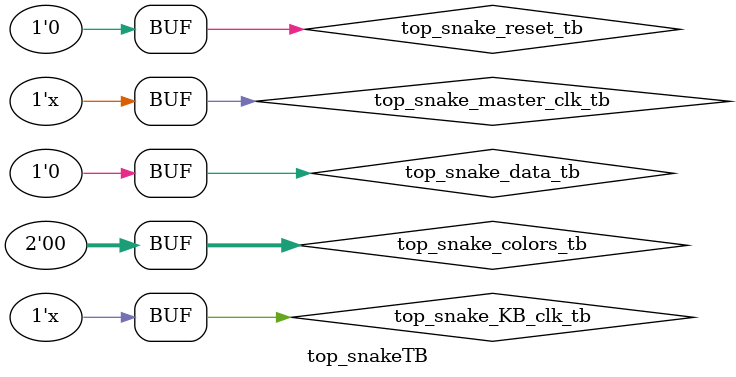
<source format=v>
module top_snakeTB();

reg [1:0] top_snake_colors_tb;
reg top_snake_reset_tb;
reg top_snake_master_clk_tb;
reg top_snake_KB_clk_tb;
reg top_snake_data_tb;
wire [3:0] top_snake_VGA_R_tb;
wire [3:0] top_snake_VGA_G_tb;
wire [3:0] top_snake_VGA_B_tb;
wire top_snake_VGA_hSync_tb;
wire top_snake_VGA_vSync_tb;
wire [7:0] top_snake_anode_tb;
wire [6:0] top_snake_cathodes_tb;
wire [1:0] top_snake_color_leds_tb;
wire top_snake_pwm_r_tb;
wire top_snake_pwm_g_tb;



top_snake snakeTST(
.top_snake_colors(top_snake_colors_tb), 
.top_snake_reset(top_snake_reset_tb),
.top_snake_master_clk(top_snake_master_clk_tb), 
.top_snake_KB_clk(top_snake_KB_clk_tb),
.top_snake_data(top_snake_data_tb), 
.top_snake_VGA_R(top_snake_VGA_R_tb), 
.top_snake_VGA_G(top_snake_VGA_G_tb), 
.top_snake_VGA_B(top_snake_VGA_B_tb), 
.top_snake_VGA_hSync(top_snake_VGA_hSync_tb), 
.top_snake_VGA_vSync(top_snake_VGA_vSync_tb), 
.top_snake_anode(top_snake_anode_tb),
.top_snake_cathodes(top_snake_cathodes_tb), 
.top_snake_color_leds(top_snake_color_leds_tb), 
.top_snake_pwm_r(top_snake_pwm_r_tb), 
.top_snake_pwm_g(top_snake_pwm_g_tb) 
);

always
begin
#1
top_snake_master_clk_tb = ~top_snake_master_clk_tb;
end

always
begin
#4
top_snake_KB_clk_tb = ~top_snake_KB_clk_tb;
end

initial
begin
top_snake_reset_tb =0;
top_snake_data_tb =0;
top_snake_colors_tb =0;
top_snake_master_clk_tb =0;
top_snake_KB_clk_tb =0;

#200
top_snake_reset_tb =1;
#10
top_snake_reset_tb =0;
end


endmodule

</source>
